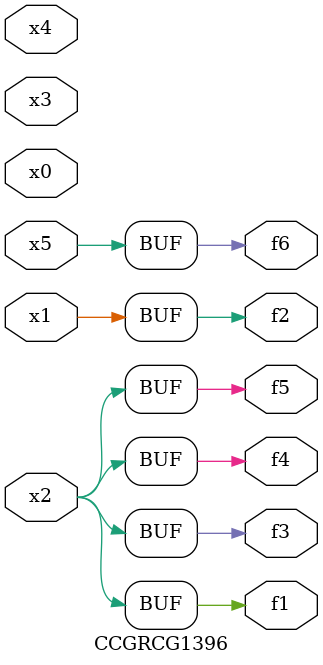
<source format=v>
module CCGRCG1396(
	input x0, x1, x2, x3, x4, x5,
	output f1, f2, f3, f4, f5, f6
);
	assign f1 = x2;
	assign f2 = x1;
	assign f3 = x2;
	assign f4 = x2;
	assign f5 = x2;
	assign f6 = x5;
endmodule

</source>
